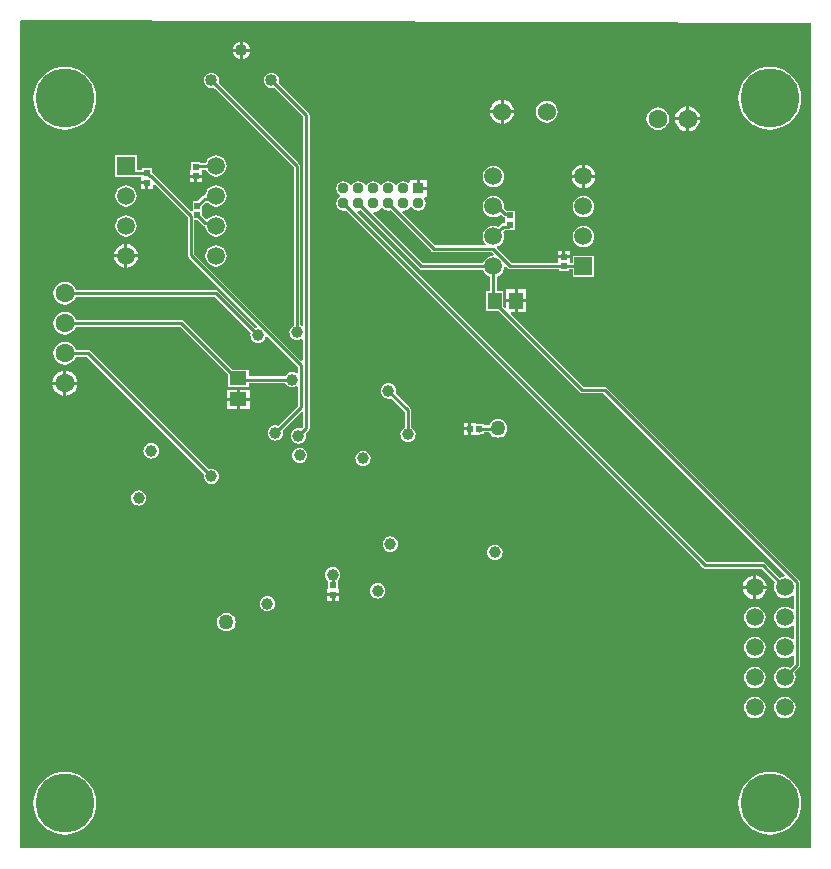
<source format=gbr>
G04 Layer_Physical_Order=4*
G04 Layer_Color=16711680*
%FSLAX26Y26*%
%MOIN*%
%TF.FileFunction,Copper,L4,Bot,Signal*%
%TF.Part,Single*%
G01*
G75*
%TA.AperFunction,SMDPad,CuDef*%
%ADD13R,0.020472X0.020472*%
%ADD14R,0.020472X0.020472*%
%ADD20R,0.057087X0.045276*%
%TA.AperFunction,Conductor*%
%ADD24C,0.010000*%
%TA.AperFunction,ViaPad*%
%ADD27C,0.196850*%
%TA.AperFunction,ComponentPad*%
%ADD28C,0.059055*%
%ADD29C,0.040000*%
%ADD30C,0.062992*%
%ADD31C,0.060000*%
%ADD32C,0.037000*%
%ADD33R,0.037000X0.037000*%
%ADD34R,0.059055X0.059055*%
%TA.AperFunction,ViaPad*%
%ADD35C,0.039370*%
%ADD36C,0.050000*%
%TA.AperFunction,SMDPad,CuDef*%
%ADD51R,0.045276X0.057087*%
G36*
X2487685Y2601398D02*
Y-146575D01*
X2484149Y-150110D01*
X-149998Y-149998D01*
Y2607174D01*
X-146456Y2610703D01*
X2487685Y2601398D01*
D02*
G37*
%LPC*%
G36*
X1345276Y1268693D02*
X1330039D01*
Y1253457D01*
X1345276D01*
Y1268693D01*
D02*
G37*
G36*
Y1243457D02*
X1330039D01*
Y1228221D01*
X1345276D01*
Y1243457D01*
D02*
G37*
G36*
X573024Y1341024D02*
X539480D01*
Y1313386D01*
X573024D01*
Y1341024D01*
D02*
G37*
G36*
X1444024Y1280629D02*
X1435956Y1279567D01*
X1428438Y1276453D01*
X1421982Y1271499D01*
X1417028Y1265043D01*
X1414970Y1260076D01*
X1397913D01*
Y1264599D01*
X1370512D01*
Y1268693D01*
X1355276D01*
Y1248457D01*
Y1228221D01*
X1370512D01*
Y1228220D01*
X1375139Y1229119D01*
X1375512Y1229122D01*
X1379457Y1228338D01*
X1383712Y1229184D01*
X1387319Y1231594D01*
X1387801Y1232315D01*
X1397913D01*
Y1237838D01*
X1415385D01*
X1417028Y1233871D01*
X1421982Y1227415D01*
X1428438Y1222461D01*
X1435956Y1219347D01*
X1444024Y1218285D01*
X1452092Y1219347D01*
X1459610Y1222461D01*
X1466066Y1227415D01*
X1471020Y1233871D01*
X1474134Y1241389D01*
X1475196Y1249457D01*
X1474134Y1257525D01*
X1471020Y1265043D01*
X1466066Y1271499D01*
X1459610Y1276453D01*
X1452092Y1279567D01*
X1444024Y1280629D01*
D02*
G37*
G36*
X1079024Y1400268D02*
X1072343Y1399389D01*
X1066118Y1396810D01*
X1060772Y1392708D01*
X1056670Y1387362D01*
X1054092Y1381137D01*
X1053212Y1374457D01*
X1054092Y1367776D01*
X1056670Y1361551D01*
X1060772Y1356206D01*
X1066118Y1352104D01*
X1072343Y1349525D01*
X1079024Y1348646D01*
X1085704Y1349525D01*
X1087491Y1350265D01*
X1132904Y1304851D01*
Y1252550D01*
X1131118Y1251810D01*
X1125772Y1247708D01*
X1121670Y1242362D01*
X1119092Y1236137D01*
X1118212Y1229457D01*
X1119092Y1222776D01*
X1121670Y1216551D01*
X1125772Y1211206D01*
X1131118Y1207104D01*
X1137343Y1204525D01*
X1144024Y1203646D01*
X1150704Y1204525D01*
X1156929Y1207104D01*
X1162275Y1211206D01*
X1166377Y1216551D01*
X1168955Y1222776D01*
X1169835Y1229457D01*
X1168955Y1236137D01*
X1166377Y1242362D01*
X1162275Y1247708D01*
X1156929Y1251810D01*
X1155143Y1252550D01*
Y1309456D01*
X1155143Y1309457D01*
X1154296Y1313712D01*
X1151886Y1317319D01*
X1151886Y1317320D01*
X1103215Y1365990D01*
X1103955Y1367776D01*
X1104835Y1374457D01*
X1103955Y1381137D01*
X1101377Y1387362D01*
X1097275Y1392708D01*
X1091929Y1396810D01*
X1085704Y1399389D01*
X1079024Y1400268D01*
D02*
G37*
G36*
X994024Y1175268D02*
X987343Y1174389D01*
X981118Y1171810D01*
X975772Y1167708D01*
X971670Y1162362D01*
X969092Y1156137D01*
X968212Y1149457D01*
X969092Y1142776D01*
X971670Y1136551D01*
X975772Y1131206D01*
X981118Y1127104D01*
X987343Y1124525D01*
X994024Y1123646D01*
X1000704Y1124525D01*
X1006929Y1127104D01*
X1012275Y1131206D01*
X1016377Y1136551D01*
X1018955Y1142776D01*
X1019835Y1149457D01*
X1018955Y1156137D01*
X1016377Y1162362D01*
X1012275Y1167708D01*
X1006929Y1171810D01*
X1000704Y1174389D01*
X994024Y1175268D01*
D02*
G37*
G36*
X0Y1537724D02*
X-9764Y1536439D01*
X-18862Y1532670D01*
X-26675Y1526675D01*
X-32670Y1518862D01*
X-36439Y1509764D01*
X-37724Y1500000D01*
X-36439Y1490236D01*
X-32670Y1481138D01*
X-26675Y1473325D01*
X-18862Y1467330D01*
X-9764Y1463561D01*
X0Y1462276D01*
X9764Y1463561D01*
X18862Y1467330D01*
X26675Y1473325D01*
X32670Y1481138D01*
X35877Y1488881D01*
X73875D01*
X464832Y1097924D01*
X464092Y1096137D01*
X463212Y1089457D01*
X464092Y1082776D01*
X466670Y1076551D01*
X470772Y1071206D01*
X476118Y1067104D01*
X482343Y1064525D01*
X489024Y1063646D01*
X495704Y1064525D01*
X501929Y1067104D01*
X507275Y1071206D01*
X511377Y1076551D01*
X513955Y1082776D01*
X514835Y1089457D01*
X513955Y1096137D01*
X511377Y1102362D01*
X507275Y1107708D01*
X501929Y1111810D01*
X495704Y1114389D01*
X489024Y1115268D01*
X482343Y1114389D01*
X480557Y1113649D01*
X86343Y1507862D01*
X82736Y1510273D01*
X78480Y1511119D01*
X78480Y1511119D01*
X35877D01*
X32670Y1518862D01*
X26675Y1526675D01*
X18862Y1532670D01*
X9764Y1536439D01*
X0Y1537724D01*
D02*
G37*
G36*
X288024Y1200268D02*
X281343Y1199389D01*
X275118Y1196810D01*
X269772Y1192708D01*
X265670Y1187362D01*
X263092Y1181137D01*
X262212Y1174457D01*
X263092Y1167776D01*
X265670Y1161551D01*
X269772Y1156206D01*
X275118Y1152104D01*
X281343Y1149525D01*
X288024Y1148646D01*
X294704Y1149525D01*
X300929Y1152104D01*
X306275Y1156206D01*
X310377Y1161551D01*
X312955Y1167776D01*
X313835Y1174457D01*
X312955Y1181137D01*
X310377Y1187362D01*
X306275Y1192708D01*
X300929Y1196810D01*
X294704Y1199389D01*
X288024Y1200268D01*
D02*
G37*
G36*
X783024Y1185268D02*
X776343Y1184389D01*
X770118Y1181810D01*
X764772Y1177708D01*
X760670Y1172362D01*
X758092Y1166137D01*
X757212Y1159457D01*
X758092Y1152776D01*
X760670Y1146551D01*
X764772Y1141206D01*
X770118Y1137104D01*
X776343Y1134525D01*
X783024Y1133646D01*
X789704Y1134525D01*
X795929Y1137104D01*
X801275Y1141206D01*
X805377Y1146551D01*
X807955Y1152776D01*
X808835Y1159457D01*
X807955Y1166137D01*
X805377Y1172362D01*
X801275Y1177708D01*
X795929Y1181810D01*
X789704Y1184389D01*
X783024Y1185268D01*
D02*
G37*
G36*
X616567Y1341024D02*
X583024D01*
Y1313386D01*
X616567D01*
Y1341024D01*
D02*
G37*
G36*
X689024Y2435586D02*
X682261Y2434695D01*
X675959Y2432085D01*
X670548Y2427933D01*
X666395Y2422521D01*
X663785Y2416220D01*
X662895Y2409457D01*
X663785Y2402694D01*
X666395Y2396392D01*
X670548Y2390981D01*
X675959Y2386828D01*
X682261Y2384218D01*
X689024Y2383328D01*
X695786Y2384218D01*
X697731Y2385024D01*
X793495Y2289260D01*
Y1593572D01*
X789215Y1591337D01*
X785143Y1593792D01*
Y2124456D01*
X785143Y2124457D01*
X784296Y2128712D01*
X781886Y2132319D01*
X781886Y2132320D01*
X513457Y2400749D01*
X514262Y2402694D01*
X515153Y2409457D01*
X514262Y2416220D01*
X511652Y2422521D01*
X507500Y2427933D01*
X502088Y2432085D01*
X495786Y2434695D01*
X489024Y2435586D01*
X482261Y2434695D01*
X475959Y2432085D01*
X470548Y2427933D01*
X466395Y2422521D01*
X463785Y2416220D01*
X462895Y2409457D01*
X463785Y2402694D01*
X466395Y2396392D01*
X470548Y2390981D01*
X475959Y2386828D01*
X482261Y2384218D01*
X489024Y2383328D01*
X495786Y2384218D01*
X497732Y2385024D01*
X762904Y2119851D01*
Y1592550D01*
X761118Y1591810D01*
X755772Y1587708D01*
X751670Y1582362D01*
X749092Y1576137D01*
X748212Y1569457D01*
X749092Y1562776D01*
X751670Y1556551D01*
X755772Y1551206D01*
X761118Y1547104D01*
X767343Y1544525D01*
X774024Y1543646D01*
X780704Y1544525D01*
X786929Y1547104D01*
X788495Y1548305D01*
X793495Y1545839D01*
Y1476641D01*
X788876Y1474727D01*
X432001Y1831602D01*
Y1943567D01*
X442440D01*
X460027Y1925981D01*
X460027Y1925980D01*
X463634Y1923570D01*
X467889Y1922724D01*
X468513D01*
X469503Y1915207D01*
X473073Y1906587D01*
X478752Y1899186D01*
X486154Y1893506D01*
X494774Y1889936D01*
X504024Y1888718D01*
X513274Y1889936D01*
X521893Y1893506D01*
X529295Y1899186D01*
X534974Y1906587D01*
X538544Y1915207D01*
X539762Y1924457D01*
X538544Y1933707D01*
X534974Y1942326D01*
X529295Y1949728D01*
X521893Y1955407D01*
X513274Y1958978D01*
X504024Y1960196D01*
X494774Y1958978D01*
X486154Y1955407D01*
X478752Y1949728D01*
X476654Y1946993D01*
X470774Y1946683D01*
X458165Y1959292D01*
Y1991621D01*
X470352Y2003808D01*
X475355Y2003613D01*
X478752Y1999186D01*
X486154Y1993506D01*
X494774Y1989936D01*
X504024Y1988718D01*
X513274Y1989936D01*
X521893Y1993506D01*
X529295Y1999186D01*
X534974Y2006587D01*
X538544Y2015207D01*
X539762Y2024457D01*
X538544Y2033707D01*
X534974Y2042326D01*
X529295Y2049728D01*
X521893Y2055407D01*
X513274Y2058978D01*
X504024Y2060195D01*
X494774Y2058978D01*
X486154Y2055407D01*
X478752Y2049728D01*
X473073Y2042326D01*
X469503Y2033707D01*
X468513Y2026190D01*
X465889D01*
X461634Y2025343D01*
X458027Y2022933D01*
X458027Y2022933D01*
X442440Y2007347D01*
X425882D01*
Y1974523D01*
X421262Y1972610D01*
X296616Y2097256D01*
X293009Y2099666D01*
X290142Y2100237D01*
Y2115890D01*
X257858D01*
Y2111048D01*
X239457D01*
Y2159890D01*
X168591D01*
Y2089024D01*
X227477D01*
X228551Y2088810D01*
X248897D01*
X253764Y2088488D01*
Y2073252D01*
X274000D01*
Y2068252D01*
X279000D01*
Y2048016D01*
X294236D01*
Y2061653D01*
X298856Y2063566D01*
X409763Y1952659D01*
Y1826997D01*
X409763Y1826996D01*
X410609Y1822741D01*
X413019Y1819134D01*
X642096Y1590057D01*
X640304Y1584778D01*
X637343Y1584389D01*
X635557Y1583649D01*
X511343Y1707862D01*
X507736Y1710273D01*
X503480Y1711119D01*
X503480Y1711119D01*
X35877D01*
X32670Y1718862D01*
X26675Y1726675D01*
X18862Y1732670D01*
X9764Y1736439D01*
X0Y1737724D01*
X-9764Y1736439D01*
X-18862Y1732670D01*
X-26675Y1726675D01*
X-32670Y1718862D01*
X-36439Y1709764D01*
X-37724Y1700000D01*
X-36439Y1690236D01*
X-32670Y1681138D01*
X-26675Y1673325D01*
X-18862Y1667330D01*
X-9764Y1663561D01*
X0Y1662276D01*
X9764Y1663561D01*
X18862Y1667330D01*
X26675Y1673325D01*
X32670Y1681138D01*
X35877Y1688881D01*
X498875D01*
X619832Y1567924D01*
X619092Y1566137D01*
X618212Y1559457D01*
X619092Y1552776D01*
X621670Y1546551D01*
X625772Y1541206D01*
X631118Y1537104D01*
X637343Y1534525D01*
X644024Y1533646D01*
X650704Y1534525D01*
X656929Y1537104D01*
X662275Y1541206D01*
X666377Y1546551D01*
X668955Y1552776D01*
X669345Y1555737D01*
X674624Y1557529D01*
X777495Y1454658D01*
Y1436074D01*
X772495Y1433609D01*
X770929Y1434810D01*
X764704Y1437389D01*
X758024Y1438268D01*
X751343Y1437389D01*
X745118Y1434810D01*
X739772Y1430708D01*
X735670Y1425362D01*
X734930Y1423576D01*
X612472D01*
Y1445433D01*
X559300D01*
X396871Y1607862D01*
X393263Y1610273D01*
X389008Y1611119D01*
X389008Y1611119D01*
X35877D01*
X32670Y1618862D01*
X26675Y1626675D01*
X18862Y1632670D01*
X9764Y1636439D01*
X0Y1637724D01*
X-9764Y1636439D01*
X-18862Y1632670D01*
X-26675Y1626675D01*
X-32670Y1618862D01*
X-36439Y1609764D01*
X-37724Y1600000D01*
X-36439Y1590236D01*
X-32670Y1581138D01*
X-26675Y1573325D01*
X-18862Y1567330D01*
X-9764Y1563561D01*
X0Y1562276D01*
X9764Y1563561D01*
X18862Y1567330D01*
X26675Y1573325D01*
X32670Y1581138D01*
X35877Y1588881D01*
X384402D01*
X543575Y1429708D01*
Y1388347D01*
X612472D01*
Y1401338D01*
X734930D01*
X735670Y1399551D01*
X739772Y1394206D01*
X745118Y1390104D01*
X751343Y1387525D01*
X758024Y1386646D01*
X764704Y1387525D01*
X770929Y1390104D01*
X772495Y1391305D01*
X777495Y1388839D01*
Y1325653D01*
X710490Y1258649D01*
X708704Y1259389D01*
X702024Y1260268D01*
X695343Y1259389D01*
X689118Y1256810D01*
X683772Y1252708D01*
X679670Y1247362D01*
X677092Y1241137D01*
X676212Y1234457D01*
X677092Y1227776D01*
X679670Y1221551D01*
X683772Y1216206D01*
X689118Y1212104D01*
X695343Y1209525D01*
X702024Y1208646D01*
X708704Y1209525D01*
X714929Y1212104D01*
X720275Y1216206D01*
X724377Y1221551D01*
X726955Y1227776D01*
X727835Y1234457D01*
X726955Y1241137D01*
X726215Y1242924D01*
X788876Y1305584D01*
X793495Y1303670D01*
Y1254653D01*
X787490Y1248649D01*
X785704Y1249389D01*
X779024Y1250268D01*
X772343Y1249389D01*
X766118Y1246810D01*
X760772Y1242708D01*
X756670Y1237362D01*
X754092Y1231137D01*
X753212Y1224457D01*
X754092Y1217776D01*
X756670Y1211551D01*
X760772Y1206206D01*
X766118Y1202104D01*
X772343Y1199525D01*
X779024Y1198646D01*
X785704Y1199525D01*
X791929Y1202104D01*
X797275Y1206206D01*
X801377Y1211551D01*
X803955Y1217776D01*
X804835Y1224457D01*
X803955Y1231137D01*
X803215Y1232924D01*
X812476Y1242185D01*
X812477Y1242185D01*
X814887Y1245792D01*
X815734Y1250047D01*
X815733Y1250048D01*
Y2293866D01*
X815734Y2293866D01*
X814887Y2298121D01*
X812477Y2301729D01*
X713457Y2400749D01*
X714262Y2402694D01*
X715153Y2409457D01*
X714262Y2416220D01*
X711652Y2422521D01*
X707500Y2427933D01*
X702088Y2432085D01*
X695786Y2434695D01*
X689024Y2435586D01*
D02*
G37*
G36*
X5000Y1441196D02*
Y1405000D01*
X41196D01*
X40428Y1410833D01*
X36247Y1420927D01*
X29595Y1429595D01*
X20927Y1436247D01*
X10833Y1440428D01*
X5000Y1441196D01*
D02*
G37*
G36*
X1499457Y1713000D02*
X1471819D01*
Y1679457D01*
X1499457D01*
Y1713000D01*
D02*
G37*
G36*
X1537094Y1669457D02*
X1509457D01*
Y1635913D01*
X1537094D01*
Y1669457D01*
D02*
G37*
G36*
X-5000Y1441196D02*
X-10833Y1440428D01*
X-20927Y1436247D01*
X-29595Y1429595D01*
X-36247Y1420927D01*
X-40428Y1410833D01*
X-41196Y1405000D01*
X-5000D01*
Y1441196D01*
D02*
G37*
G36*
X616567Y1378662D02*
X583024D01*
Y1351024D01*
X616567D01*
Y1378662D01*
D02*
G37*
G36*
X573024D02*
X539480D01*
Y1351024D01*
X573024D01*
Y1378662D01*
D02*
G37*
G36*
X41196Y1395000D02*
X5000D01*
Y1358804D01*
X10833Y1359572D01*
X20927Y1363753D01*
X29595Y1370405D01*
X36247Y1379073D01*
X40428Y1389167D01*
X41196Y1395000D01*
D02*
G37*
G36*
X-5000D02*
X-41196D01*
X-40428Y1389167D01*
X-36247Y1379073D01*
X-29595Y1370405D01*
X-20927Y1363753D01*
X-10833Y1359572D01*
X-5000Y1358804D01*
Y1395000D01*
D02*
G37*
G36*
X246024Y1043268D02*
X239343Y1042389D01*
X233118Y1039810D01*
X227772Y1035708D01*
X223670Y1030362D01*
X221092Y1024137D01*
X220212Y1017457D01*
X221092Y1010776D01*
X223670Y1004551D01*
X227772Y999206D01*
X233118Y995104D01*
X239343Y992525D01*
X246024Y991645D01*
X252704Y992525D01*
X258929Y995104D01*
X264275Y999206D01*
X268377Y1004551D01*
X270955Y1010776D01*
X271835Y1017457D01*
X270955Y1024137D01*
X268377Y1030362D01*
X264275Y1035708D01*
X258929Y1039810D01*
X252704Y1042389D01*
X246024Y1043268D01*
D02*
G37*
G36*
X538843Y634865D02*
X530775Y633803D01*
X523256Y630689D01*
X516801Y625735D01*
X511847Y619279D01*
X508733Y611761D01*
X507670Y603693D01*
X508733Y595625D01*
X511847Y588107D01*
X516801Y581651D01*
X523256Y576697D01*
X530775Y573583D01*
X538843Y572521D01*
X546911Y573583D01*
X554429Y576697D01*
X560885Y581651D01*
X565838Y588107D01*
X568953Y595625D01*
X570015Y603693D01*
X568953Y611761D01*
X565838Y619279D01*
X560885Y625735D01*
X554429Y630689D01*
X546911Y633803D01*
X538843Y634865D01*
D02*
G37*
G36*
X2300000Y555739D02*
X2290750Y554521D01*
X2282131Y550951D01*
X2274729Y545271D01*
X2269049Y537869D01*
X2265479Y529250D01*
X2264261Y520000D01*
X2265479Y510750D01*
X2269049Y502131D01*
X2274729Y494729D01*
X2282131Y489049D01*
X2290750Y485479D01*
X2300000Y484261D01*
X2309250Y485479D01*
X2317869Y489049D01*
X2325271Y494729D01*
X2330951Y502131D01*
X2334521Y510750D01*
X2335739Y520000D01*
X2334521Y529250D01*
X2330951Y537869D01*
X2325271Y545271D01*
X2317869Y550951D01*
X2309250Y554521D01*
X2300000Y555739D01*
D02*
G37*
G36*
X675677Y690917D02*
X668997Y690038D01*
X662771Y687459D01*
X657426Y683357D01*
X653324Y678012D01*
X650745Y671786D01*
X649866Y665106D01*
X650745Y658425D01*
X653324Y652200D01*
X657426Y646855D01*
X662771Y642753D01*
X668997Y640174D01*
X675677Y639295D01*
X682358Y640174D01*
X688583Y642753D01*
X693928Y646855D01*
X698030Y652200D01*
X700609Y658425D01*
X701488Y665106D01*
X700609Y671786D01*
X698030Y678012D01*
X693928Y683357D01*
X688583Y687459D01*
X682358Y690038D01*
X675677Y690917D01*
D02*
G37*
G36*
X2300000Y655739D02*
X2290750Y654521D01*
X2282131Y650951D01*
X2274729Y645271D01*
X2269049Y637869D01*
X2265479Y629250D01*
X2264261Y620000D01*
X2265479Y610750D01*
X2269049Y602131D01*
X2274729Y594729D01*
X2282131Y589049D01*
X2290750Y585479D01*
X2300000Y584261D01*
X2309250Y585479D01*
X2317869Y589049D01*
X2325271Y594729D01*
X2330951Y602131D01*
X2334521Y610750D01*
X2335739Y620000D01*
X2334521Y629250D01*
X2330951Y637869D01*
X2325271Y645271D01*
X2317869Y650951D01*
X2309250Y654521D01*
X2300000Y655739D01*
D02*
G37*
G36*
Y455739D02*
X2290750Y454521D01*
X2282131Y450951D01*
X2274729Y445271D01*
X2269049Y437869D01*
X2265479Y429250D01*
X2264261Y420000D01*
X2265479Y410750D01*
X2269049Y402131D01*
X2274729Y394729D01*
X2282131Y389049D01*
X2290750Y385479D01*
X2300000Y384261D01*
X2309250Y385479D01*
X2317869Y389049D01*
X2325271Y394729D01*
X2330951Y402131D01*
X2334521Y410750D01*
X2335739Y420000D01*
X2334521Y429250D01*
X2330951Y437869D01*
X2325271Y445271D01*
X2317869Y450951D01*
X2309250Y454521D01*
X2300000Y455739D01*
D02*
G37*
G36*
X2350000Y104653D02*
X2333629Y103365D01*
X2317660Y99531D01*
X2302488Y93247D01*
X2288486Y84666D01*
X2275999Y74001D01*
X2265334Y61514D01*
X2256753Y47512D01*
X2250469Y32340D01*
X2246635Y16371D01*
X2245347Y0D01*
X2246635Y-16371D01*
X2250469Y-32340D01*
X2256753Y-47512D01*
X2265334Y-61514D01*
X2275999Y-74001D01*
X2288486Y-84666D01*
X2302488Y-93247D01*
X2317660Y-99531D01*
X2333629Y-103365D01*
X2350000Y-104653D01*
X2366371Y-103365D01*
X2382340Y-99531D01*
X2397512Y-93247D01*
X2411514Y-84666D01*
X2424001Y-74001D01*
X2434666Y-61514D01*
X2443247Y-47512D01*
X2449531Y-32340D01*
X2453365Y-16371D01*
X2454653Y0D01*
X2453365Y16371D01*
X2449531Y32340D01*
X2443247Y47512D01*
X2434666Y61514D01*
X2424001Y74001D01*
X2411514Y84666D01*
X2397512Y93247D01*
X2382340Y99531D01*
X2366371Y103365D01*
X2350000Y104653D01*
D02*
G37*
G36*
X0D02*
X-16371Y103365D01*
X-32340Y99531D01*
X-47512Y93247D01*
X-61514Y84666D01*
X-74001Y74001D01*
X-84666Y61514D01*
X-93247Y47512D01*
X-99531Y32340D01*
X-103365Y16371D01*
X-104653Y0D01*
X-103365Y-16371D01*
X-99531Y-32340D01*
X-93247Y-47512D01*
X-84666Y-61514D01*
X-74001Y-74001D01*
X-61514Y-84666D01*
X-47512Y-93247D01*
X-32340Y-99531D01*
X-16371Y-103365D01*
X0Y-104653D01*
X16371Y-103365D01*
X32340Y-99531D01*
X47512Y-93247D01*
X61514Y-84666D01*
X74001Y-74001D01*
X84666Y-61514D01*
X93247Y-47512D01*
X99531Y-32340D01*
X103365Y-16371D01*
X104653Y0D01*
X103365Y16371D01*
X99531Y32340D01*
X93247Y47512D01*
X84666Y61514D01*
X74001Y74001D01*
X61514Y84666D01*
X47512Y93247D01*
X32340Y99531D01*
X16371Y103365D01*
X0Y104653D01*
D02*
G37*
G36*
X2400000Y355739D02*
X2390750Y354521D01*
X2382131Y350951D01*
X2374729Y345271D01*
X2369049Y337869D01*
X2365479Y329250D01*
X2364261Y320000D01*
X2365479Y310750D01*
X2369049Y302131D01*
X2374729Y294729D01*
X2382131Y289049D01*
X2390750Y285479D01*
X2400000Y284261D01*
X2409250Y285479D01*
X2417869Y289049D01*
X2425271Y294729D01*
X2430951Y302131D01*
X2434521Y310750D01*
X2435739Y320000D01*
X2434521Y329250D01*
X2430951Y337869D01*
X2425271Y345271D01*
X2417869Y350951D01*
X2409250Y354521D01*
X2400000Y355739D01*
D02*
G37*
G36*
X2300000D02*
X2290750Y354521D01*
X2282131Y350951D01*
X2274729Y345271D01*
X2269049Y337869D01*
X2265479Y329250D01*
X2264261Y320000D01*
X2265479Y310750D01*
X2269049Y302131D01*
X2274729Y294729D01*
X2282131Y289049D01*
X2290750Y285479D01*
X2300000Y284261D01*
X2309250Y285479D01*
X2317869Y289049D01*
X2325271Y294729D01*
X2330951Y302131D01*
X2334521Y310750D01*
X2335739Y320000D01*
X2334521Y329250D01*
X2330951Y337869D01*
X2325271Y345271D01*
X2317869Y350951D01*
X2309250Y354521D01*
X2300000Y355739D01*
D02*
G37*
G36*
X889181Y689378D02*
X873945D01*
Y674142D01*
X889181D01*
Y689378D01*
D02*
G37*
G36*
X2305000Y759210D02*
Y725000D01*
X2339210D01*
X2338510Y730319D01*
X2334527Y739934D01*
X2328191Y748191D01*
X2319934Y754527D01*
X2310319Y758510D01*
X2305000Y759210D01*
D02*
G37*
G36*
X2295000D02*
X2289681Y758510D01*
X2280066Y754527D01*
X2271809Y748191D01*
X2265473Y739934D01*
X2261490Y730319D01*
X2260790Y725000D01*
X2295000D01*
Y759210D01*
D02*
G37*
G36*
X1085126Y889481D02*
X1078446Y888601D01*
X1072220Y886023D01*
X1066875Y881921D01*
X1062773Y876575D01*
X1060194Y870350D01*
X1059315Y863669D01*
X1060194Y856989D01*
X1062773Y850764D01*
X1066875Y845418D01*
X1072220Y841316D01*
X1078446Y838738D01*
X1085126Y837858D01*
X1091806Y838738D01*
X1098032Y841316D01*
X1103377Y845418D01*
X1107479Y850764D01*
X1110058Y856989D01*
X1110937Y863669D01*
X1110058Y870350D01*
X1107479Y876575D01*
X1103377Y881921D01*
X1098032Y886023D01*
X1091806Y888601D01*
X1085126Y889481D01*
D02*
G37*
G36*
X1433551Y861922D02*
X1426871Y861042D01*
X1420646Y858463D01*
X1415300Y854362D01*
X1411198Y849016D01*
X1408619Y842791D01*
X1407740Y836110D01*
X1408619Y829430D01*
X1411198Y823205D01*
X1415300Y817859D01*
X1420646Y813757D01*
X1426871Y811178D01*
X1433551Y810299D01*
X1440232Y811178D01*
X1446457Y813757D01*
X1451803Y817859D01*
X1455904Y823205D01*
X1458483Y829430D01*
X1459362Y836110D01*
X1458483Y842791D01*
X1455904Y849016D01*
X1451803Y854362D01*
X1446457Y858463D01*
X1440232Y861042D01*
X1433551Y861922D01*
D02*
G37*
G36*
X893197Y787119D02*
X886516Y786239D01*
X880291Y783660D01*
X874946Y779558D01*
X870844Y774213D01*
X868265Y767988D01*
X867386Y761307D01*
X868265Y754627D01*
X870844Y748402D01*
X874946Y743056D01*
X878039Y740682D01*
Y714614D01*
X873945D01*
Y699378D01*
X894181D01*
X914417D01*
Y714614D01*
X910323D01*
Y737814D01*
X910763Y742530D01*
X910763Y742530D01*
X911448Y743056D01*
X913481Y745706D01*
X913483Y745707D01*
X913970Y746343D01*
X915550Y748402D01*
X918129Y754627D01*
X919008Y761307D01*
X918129Y767988D01*
X915550Y774213D01*
X911448Y779558D01*
X906103Y783660D01*
X899877Y786239D01*
X893197Y787119D01*
D02*
G37*
G36*
X2295000Y715000D02*
X2260790D01*
X2261490Y709681D01*
X2265473Y700066D01*
X2271809Y691809D01*
X2280066Y685473D01*
X2289681Y681490D01*
X2295000Y680790D01*
Y715000D01*
D02*
G37*
G36*
X914417Y689378D02*
X899181D01*
Y674142D01*
X914417D01*
Y689378D01*
D02*
G37*
G36*
X1042803Y733969D02*
X1036123Y733089D01*
X1029897Y730511D01*
X1024552Y726409D01*
X1020450Y721063D01*
X1017871Y714838D01*
X1016992Y708158D01*
X1017871Y701477D01*
X1020450Y695252D01*
X1024552Y689906D01*
X1029897Y685804D01*
X1036123Y683226D01*
X1042803Y682346D01*
X1049484Y683226D01*
X1055709Y685804D01*
X1061054Y689906D01*
X1065156Y695252D01*
X1067735Y701477D01*
X1068614Y708158D01*
X1067735Y714838D01*
X1065156Y721063D01*
X1061054Y726409D01*
X1055709Y730511D01*
X1049484Y733089D01*
X1042803Y733969D01*
D02*
G37*
G36*
X2339210Y715000D02*
X2305000D01*
Y680790D01*
X2310319Y681490D01*
X2319934Y685473D01*
X2328191Y691809D01*
X2334527Y700066D01*
X2338510Y709681D01*
X2339210Y715000D01*
D02*
G37*
G36*
X1537094Y1713000D02*
X1509457D01*
Y1679457D01*
X1537094D01*
Y1713000D01*
D02*
G37*
G36*
X1976000Y2319724D02*
X1966236Y2318439D01*
X1957138Y2314670D01*
X1949325Y2308675D01*
X1943330Y2300862D01*
X1939561Y2291764D01*
X1938276Y2282000D01*
X1939561Y2272236D01*
X1943330Y2263138D01*
X1949325Y2255325D01*
X1957138Y2249330D01*
X1966236Y2245561D01*
X1976000Y2244276D01*
X1985764Y2245561D01*
X1994862Y2249330D01*
X2002675Y2255325D01*
X2008670Y2263138D01*
X2012439Y2272236D01*
X2013724Y2282000D01*
X2012439Y2291764D01*
X2008670Y2300862D01*
X2002675Y2308675D01*
X1994862Y2314670D01*
X1985764Y2318439D01*
X1976000Y2319724D01*
D02*
G37*
G36*
X2071000Y2277000D02*
X2034804D01*
X2035572Y2271167D01*
X2039753Y2261073D01*
X2046405Y2252405D01*
X2055073Y2245753D01*
X2065167Y2241572D01*
X2071000Y2240804D01*
Y2277000D01*
D02*
G37*
G36*
X0Y2454653D02*
X-16371Y2453365D01*
X-32340Y2449531D01*
X-47512Y2443247D01*
X-61514Y2434666D01*
X-74001Y2424001D01*
X-84666Y2411514D01*
X-93247Y2397512D01*
X-99531Y2382340D01*
X-103365Y2366371D01*
X-104653Y2350000D01*
X-103365Y2333629D01*
X-99531Y2317660D01*
X-93247Y2302488D01*
X-84666Y2288486D01*
X-74001Y2275999D01*
X-61514Y2265334D01*
X-47512Y2256753D01*
X-32340Y2250469D01*
X-16371Y2246635D01*
X0Y2245347D01*
X16371Y2246635D01*
X32340Y2250469D01*
X47512Y2256753D01*
X61514Y2265334D01*
X74001Y2275999D01*
X84666Y2288486D01*
X93247Y2302488D01*
X99531Y2317660D01*
X103365Y2333629D01*
X104653Y2350000D01*
X103365Y2366371D01*
X99531Y2382340D01*
X93247Y2397512D01*
X84666Y2411514D01*
X74001Y2424001D01*
X61514Y2434666D01*
X47512Y2443247D01*
X32340Y2449531D01*
X16371Y2453365D01*
X0Y2454653D01*
D02*
G37*
G36*
X1452394Y2300000D02*
X1417707D01*
X1418423Y2294558D01*
X1422454Y2284827D01*
X1428865Y2276472D01*
X1437221Y2270060D01*
X1446952Y2266030D01*
X1452394Y2265313D01*
Y2300000D01*
D02*
G37*
G36*
X2350000Y2454653D02*
X2333629Y2453365D01*
X2317660Y2449531D01*
X2302488Y2443247D01*
X2288486Y2434666D01*
X2275999Y2424001D01*
X2265334Y2411514D01*
X2256753Y2397512D01*
X2250469Y2382340D01*
X2246635Y2366371D01*
X2245347Y2350000D01*
X2246635Y2333629D01*
X2250469Y2317660D01*
X2256753Y2302488D01*
X2265334Y2288486D01*
X2275999Y2275999D01*
X2288486Y2265334D01*
X2302488Y2256753D01*
X2317660Y2250469D01*
X2333629Y2246635D01*
X2350000Y2245347D01*
X2366371Y2246635D01*
X2382340Y2250469D01*
X2397512Y2256753D01*
X2411514Y2265334D01*
X2424001Y2275999D01*
X2434666Y2288486D01*
X2443247Y2302488D01*
X2449531Y2317660D01*
X2453365Y2333629D01*
X2454653Y2350000D01*
X2453365Y2366371D01*
X2449531Y2382340D01*
X2443247Y2397512D01*
X2434666Y2411514D01*
X2424001Y2424001D01*
X2411514Y2434666D01*
X2397512Y2443247D01*
X2382340Y2449531D01*
X2366371Y2453365D01*
X2350000Y2454653D01*
D02*
G37*
G36*
X1724024Y2128667D02*
X1718705Y2127967D01*
X1709089Y2123984D01*
X1700832Y2117648D01*
X1694496Y2109391D01*
X1690514Y2099776D01*
X1689813Y2094457D01*
X1724024D01*
Y2128667D01*
D02*
G37*
G36*
X456260Y2084709D02*
X441024D01*
Y2069473D01*
X456260D01*
Y2084709D01*
D02*
G37*
G36*
X1734024Y2128667D02*
Y2094457D01*
X1768234D01*
X1767534Y2099776D01*
X1763551Y2109391D01*
X1757215Y2117648D01*
X1748958Y2123984D01*
X1739342Y2127967D01*
X1734024Y2128667D01*
D02*
G37*
G36*
X2117196Y2277000D02*
X2081000D01*
Y2240804D01*
X2086833Y2241572D01*
X2096927Y2245753D01*
X2105595Y2252405D01*
X2112247Y2261073D01*
X2116428Y2271167D01*
X2117196Y2277000D01*
D02*
G37*
G36*
X504024Y2160195D02*
X494774Y2158978D01*
X486154Y2155407D01*
X478752Y2149728D01*
X473073Y2142326D01*
X469603Y2133950D01*
X452165D01*
Y2137347D01*
X419882D01*
Y2109945D01*
X415787D01*
Y2094709D01*
X456260D01*
Y2109945D01*
X460528Y2111712D01*
X470950D01*
X473073Y2106587D01*
X478752Y2099186D01*
X486154Y2093506D01*
X494774Y2089936D01*
X504024Y2088718D01*
X513274Y2089936D01*
X521893Y2093506D01*
X529295Y2099186D01*
X534974Y2106587D01*
X538544Y2115207D01*
X539762Y2124457D01*
X538544Y2133707D01*
X534974Y2142326D01*
X529295Y2149728D01*
X521893Y2155407D01*
X513274Y2158978D01*
X504024Y2160195D01*
D02*
G37*
G36*
X584024Y2504457D02*
X559423D01*
X559796Y2501625D01*
X562819Y2494327D01*
X567627Y2488061D01*
X573894Y2483252D01*
X581192Y2480229D01*
X584024Y2479856D01*
Y2504457D01*
D02*
G37*
G36*
X1462394Y2344687D02*
Y2310000D01*
X1497081D01*
X1496364Y2315442D01*
X1492334Y2325173D01*
X1485922Y2333528D01*
X1477566Y2339940D01*
X1467836Y2343970D01*
X1462394Y2344687D01*
D02*
G37*
G36*
X618624Y2504457D02*
X594024D01*
Y2479856D01*
X596855Y2480229D01*
X604153Y2483252D01*
X610420Y2488061D01*
X615229Y2494327D01*
X618251Y2501625D01*
X618624Y2504457D01*
D02*
G37*
G36*
X594024Y2539057D02*
Y2514457D01*
X618624D01*
X618251Y2517288D01*
X615229Y2524586D01*
X610420Y2530853D01*
X604153Y2535662D01*
X596855Y2538685D01*
X594024Y2539057D01*
D02*
G37*
G36*
X584024D02*
X581192Y2538685D01*
X573894Y2535662D01*
X567627Y2530853D01*
X562819Y2524586D01*
X559796Y2517288D01*
X559423Y2514457D01*
X584024D01*
Y2539057D01*
D02*
G37*
G36*
X1607000Y2341215D02*
X1597627Y2339981D01*
X1588892Y2336363D01*
X1581392Y2330608D01*
X1575637Y2323108D01*
X1572019Y2314373D01*
X1570785Y2305000D01*
X1572019Y2295627D01*
X1575637Y2286892D01*
X1581392Y2279392D01*
X1588892Y2273637D01*
X1597627Y2270019D01*
X1607000Y2268785D01*
X1616373Y2270019D01*
X1625108Y2273637D01*
X1632608Y2279392D01*
X1638363Y2286892D01*
X1641981Y2295627D01*
X1643215Y2305000D01*
X1641981Y2314373D01*
X1638363Y2323108D01*
X1632608Y2330608D01*
X1625108Y2336363D01*
X1616373Y2339981D01*
X1607000Y2341215D01*
D02*
G37*
G36*
X1497081Y2300000D02*
X1462394D01*
Y2265313D01*
X1467836Y2266030D01*
X1477566Y2270060D01*
X1485922Y2276472D01*
X1492334Y2284827D01*
X1496364Y2294558D01*
X1497081Y2300000D01*
D02*
G37*
G36*
X2071000Y2323196D02*
X2065167Y2322428D01*
X2055073Y2318247D01*
X2046405Y2311595D01*
X2039753Y2302927D01*
X2035572Y2292833D01*
X2034804Y2287000D01*
X2071000D01*
Y2323196D01*
D02*
G37*
G36*
X1452394Y2344687D02*
X1446952Y2343970D01*
X1437221Y2339940D01*
X1428865Y2333528D01*
X1422454Y2325173D01*
X1418423Y2315442D01*
X1417707Y2310000D01*
X1452394D01*
Y2344687D01*
D02*
G37*
G36*
X2081000Y2323196D02*
Y2287000D01*
X2117196D01*
X2116428Y2292833D01*
X2112247Y2302927D01*
X2105595Y2311595D01*
X2096927Y2318247D01*
X2086833Y2322428D01*
X2081000Y2323196D01*
D02*
G37*
G36*
X209024Y1863667D02*
Y1829457D01*
X243234D01*
X242534Y1834776D01*
X238551Y1844391D01*
X232215Y1852648D01*
X223958Y1858984D01*
X214342Y1862967D01*
X209024Y1863667D01*
D02*
G37*
G36*
X199024D02*
X193705Y1862967D01*
X184089Y1858984D01*
X175832Y1852648D01*
X169496Y1844391D01*
X165513Y1834776D01*
X164813Y1829457D01*
X199024D01*
Y1863667D01*
D02*
G37*
G36*
X204024Y1960196D02*
X194774Y1958978D01*
X186154Y1955407D01*
X178752Y1949728D01*
X173073Y1942326D01*
X169503Y1933707D01*
X168285Y1924457D01*
X169503Y1915207D01*
X173073Y1906587D01*
X178752Y1899186D01*
X186154Y1893506D01*
X194774Y1889936D01*
X204024Y1888718D01*
X213274Y1889936D01*
X221893Y1893506D01*
X229295Y1899186D01*
X234974Y1906587D01*
X238544Y1915207D01*
X239762Y1924457D01*
X238544Y1933707D01*
X234974Y1942326D01*
X229295Y1949728D01*
X221893Y1955407D01*
X213274Y1958978D01*
X204024Y1960196D01*
D02*
G37*
G36*
X1729024Y1925196D02*
X1719774Y1923978D01*
X1711154Y1920407D01*
X1703753Y1914728D01*
X1698073Y1907326D01*
X1694503Y1898707D01*
X1693285Y1889457D01*
X1694503Y1880207D01*
X1698073Y1871587D01*
X1703753Y1864186D01*
X1711154Y1858506D01*
X1719774Y1854936D01*
X1729024Y1853718D01*
X1738274Y1854936D01*
X1746893Y1858506D01*
X1754295Y1864186D01*
X1759974Y1871587D01*
X1763544Y1880207D01*
X1764762Y1889457D01*
X1763544Y1898707D01*
X1759974Y1907326D01*
X1754295Y1914728D01*
X1746893Y1920407D01*
X1738274Y1923978D01*
X1729024Y1925196D01*
D02*
G37*
G36*
X1683260Y1842441D02*
X1668024D01*
Y1827205D01*
X1683260D01*
Y1842441D01*
D02*
G37*
G36*
X243234Y1819457D02*
X209024D01*
Y1785246D01*
X214342Y1785947D01*
X223958Y1789930D01*
X232215Y1796265D01*
X238551Y1804523D01*
X242534Y1814138D01*
X243234Y1819457D01*
D02*
G37*
G36*
X199024D02*
X164813D01*
X165513Y1814138D01*
X169496Y1804523D01*
X175832Y1796265D01*
X184089Y1789930D01*
X193705Y1785947D01*
X199024Y1785246D01*
Y1819457D01*
D02*
G37*
G36*
X1658024Y1842441D02*
X1642787D01*
Y1827205D01*
X1658024D01*
Y1842441D01*
D02*
G37*
G36*
X504024Y1860196D02*
X494774Y1858978D01*
X486154Y1855407D01*
X478752Y1849728D01*
X473073Y1842326D01*
X469503Y1833707D01*
X468285Y1824457D01*
X469503Y1815207D01*
X473073Y1806587D01*
X478752Y1799186D01*
X486154Y1793506D01*
X494774Y1789936D01*
X504024Y1788718D01*
X513274Y1789936D01*
X521893Y1793506D01*
X529295Y1799186D01*
X534974Y1806587D01*
X538544Y1815207D01*
X539762Y1824457D01*
X538544Y1833707D01*
X534974Y1842326D01*
X529295Y1849728D01*
X521893Y1855407D01*
X513274Y1858978D01*
X504024Y1860196D01*
D02*
G37*
G36*
X1729024Y2025196D02*
X1719774Y2023978D01*
X1711154Y2020407D01*
X1703753Y2014728D01*
X1698073Y2007326D01*
X1694503Y1998707D01*
X1693285Y1989457D01*
X1694503Y1980207D01*
X1698073Y1971587D01*
X1703753Y1964186D01*
X1711154Y1958506D01*
X1719774Y1954936D01*
X1729024Y1953718D01*
X1738274Y1954936D01*
X1746893Y1958506D01*
X1754295Y1964186D01*
X1759974Y1971587D01*
X1763544Y1980207D01*
X1764762Y1989457D01*
X1763544Y1998707D01*
X1759974Y2007326D01*
X1754295Y2014728D01*
X1746893Y2020407D01*
X1738274Y2023978D01*
X1729024Y2025196D01*
D02*
G37*
G36*
X1207524Y2077957D02*
X1184024D01*
Y2054457D01*
X1207524D01*
Y2077957D01*
D02*
G37*
G36*
X1429024Y2125195D02*
X1419774Y2123978D01*
X1411154Y2120407D01*
X1403753Y2114728D01*
X1398073Y2107326D01*
X1394503Y2098707D01*
X1393285Y2089457D01*
X1394503Y2080207D01*
X1398073Y2071587D01*
X1403753Y2064186D01*
X1411154Y2058506D01*
X1419774Y2054936D01*
X1429024Y2053718D01*
X1438274Y2054936D01*
X1446893Y2058506D01*
X1454295Y2064186D01*
X1459974Y2071587D01*
X1463544Y2080207D01*
X1464762Y2089457D01*
X1463544Y2098707D01*
X1459974Y2107326D01*
X1454295Y2114728D01*
X1446893Y2120407D01*
X1438274Y2123978D01*
X1429024Y2125195D01*
D02*
G37*
G36*
X431024Y2084709D02*
X415787D01*
Y2069473D01*
X431024D01*
Y2084709D01*
D02*
G37*
G36*
X1174024Y2077957D02*
X1150524D01*
Y2069523D01*
X1145524Y2067784D01*
X1138546Y2072446D01*
X1129024Y2074340D01*
X1119501Y2072446D01*
X1111428Y2067052D01*
X1106802Y2060128D01*
X1105325Y2059774D01*
X1102722D01*
X1101246Y2060128D01*
X1096619Y2067052D01*
X1088546Y2072446D01*
X1079024Y2074340D01*
X1069501Y2072446D01*
X1061428Y2067052D01*
X1056802Y2060128D01*
X1055325Y2059774D01*
X1052722D01*
X1051246Y2060128D01*
X1046619Y2067052D01*
X1038546Y2072446D01*
X1029024Y2074340D01*
X1019501Y2072446D01*
X1011428Y2067052D01*
X1006802Y2060128D01*
X1005325Y2059774D01*
X1002722D01*
X1001246Y2060128D01*
X996619Y2067052D01*
X988546Y2072446D01*
X979024Y2074340D01*
X969501Y2072446D01*
X961428Y2067052D01*
X956802Y2060128D01*
X955325Y2059774D01*
X952722D01*
X951246Y2060128D01*
X946619Y2067052D01*
X938546Y2072446D01*
X929024Y2074340D01*
X919501Y2072446D01*
X911428Y2067052D01*
X906034Y2058979D01*
X904140Y2049457D01*
X906034Y2039934D01*
X911428Y2031861D01*
X918353Y2027235D01*
X918707Y2025758D01*
Y2023155D01*
X918353Y2021679D01*
X911428Y2017052D01*
X906034Y2008979D01*
X904140Y1999457D01*
X906034Y1989934D01*
X911428Y1981861D01*
X919501Y1976467D01*
X929024Y1974573D01*
X936663Y1976093D01*
X2127618Y785138D01*
X2127618Y785138D01*
X2131225Y782727D01*
X2135480Y781881D01*
X2135481Y781881D01*
X2322394D01*
X2368275Y736000D01*
X2365479Y729250D01*
X2364261Y720000D01*
X2365479Y710750D01*
X2369049Y702131D01*
X2374729Y694729D01*
X2382131Y689049D01*
X2390750Y685479D01*
X2400000Y684261D01*
X2409250Y685479D01*
X2417869Y689049D01*
X2424314Y693994D01*
X2429314Y692492D01*
Y647508D01*
X2424314Y646006D01*
X2417869Y650951D01*
X2409250Y654521D01*
X2400000Y655739D01*
X2390750Y654521D01*
X2382131Y650951D01*
X2374729Y645271D01*
X2369049Y637869D01*
X2365479Y629250D01*
X2364261Y620000D01*
X2365479Y610750D01*
X2369049Y602131D01*
X2374729Y594729D01*
X2382131Y589049D01*
X2390750Y585479D01*
X2400000Y584261D01*
X2409250Y585479D01*
X2417869Y589049D01*
X2424314Y593994D01*
X2429314Y592492D01*
Y547508D01*
X2424314Y546006D01*
X2417869Y550951D01*
X2409250Y554521D01*
X2400000Y555739D01*
X2390750Y554521D01*
X2382131Y550951D01*
X2374729Y545271D01*
X2369049Y537869D01*
X2365479Y529250D01*
X2364261Y520000D01*
X2365479Y510750D01*
X2369049Y502131D01*
X2374729Y494729D01*
X2382131Y489049D01*
X2390750Y485479D01*
X2400000Y484261D01*
X2409250Y485479D01*
X2417869Y489049D01*
X2424314Y493994D01*
X2429314Y492492D01*
Y465039D01*
X2416000Y451725D01*
X2409250Y454521D01*
X2400000Y455739D01*
X2390750Y454521D01*
X2382131Y450951D01*
X2374729Y445271D01*
X2369049Y437869D01*
X2365479Y429250D01*
X2364261Y420000D01*
X2365479Y410750D01*
X2369049Y402131D01*
X2374729Y394729D01*
X2382131Y389049D01*
X2390750Y385479D01*
X2400000Y384261D01*
X2409250Y385479D01*
X2417869Y389049D01*
X2425271Y394729D01*
X2430951Y402131D01*
X2434521Y410750D01*
X2435739Y420000D01*
X2434521Y429250D01*
X2431725Y436000D01*
X2448295Y452570D01*
X2448296Y452571D01*
X2450706Y456178D01*
X2451552Y460433D01*
Y736747D01*
X2451552Y736748D01*
X2450706Y741003D01*
X2448296Y744610D01*
X1807678Y1385227D01*
X1804071Y1387638D01*
X1799816Y1388484D01*
X1799815Y1388484D01*
X1729382D01*
X1486573Y1631294D01*
X1488486Y1635913D01*
X1499457D01*
Y1669457D01*
X1471819D01*
Y1652581D01*
X1467199Y1650667D01*
X1462134Y1655733D01*
Y1708906D01*
X1440143D01*
Y1755710D01*
X1446893Y1758506D01*
X1454295Y1764186D01*
X1459974Y1771587D01*
X1463544Y1780207D01*
X1464605Y1788261D01*
X1469203Y1790734D01*
X1477090Y1782847D01*
X1477090Y1782846D01*
X1480698Y1780436D01*
X1484953Y1779589D01*
X1484953Y1779590D01*
X1646882D01*
Y1774567D01*
X1679165D01*
Y1779590D01*
X1693591D01*
Y1754024D01*
X1764457D01*
Y1824890D01*
X1693591D01*
Y1801828D01*
X1688202D01*
X1683260Y1801969D01*
Y1817205D01*
X1663024D01*
X1642787D01*
Y1801969D01*
X1637846Y1801828D01*
X1489558D01*
X1440811Y1850575D01*
X1441985Y1856473D01*
X1446893Y1858506D01*
X1454295Y1864186D01*
X1459974Y1871587D01*
X1463544Y1880207D01*
X1464762Y1889457D01*
X1463544Y1898707D01*
X1460748Y1905457D01*
X1466645Y1911353D01*
X1478787D01*
X1478787Y1911353D01*
X1479862Y1911567D01*
X1500165D01*
Y1943063D01*
Y1975347D01*
X1479862D01*
X1478787Y1975560D01*
X1478787Y1975560D01*
X1471585D01*
X1463939Y1983206D01*
X1464762Y1989457D01*
X1463544Y1998707D01*
X1459974Y2007326D01*
X1454295Y2014728D01*
X1446893Y2020407D01*
X1438274Y2023978D01*
X1429024Y2025196D01*
X1419774Y2023978D01*
X1411154Y2020407D01*
X1403753Y2014728D01*
X1398073Y2007326D01*
X1394503Y1998707D01*
X1393285Y1989457D01*
X1394503Y1980207D01*
X1398073Y1971587D01*
X1403753Y1964186D01*
X1411154Y1958506D01*
X1419774Y1954936D01*
X1429024Y1953718D01*
X1438274Y1954936D01*
X1446893Y1958506D01*
X1452719Y1962976D01*
X1459117Y1956579D01*
X1459117Y1956579D01*
X1462724Y1954168D01*
X1466979Y1953322D01*
X1467882D01*
Y1933592D01*
X1462040D01*
X1462039Y1933592D01*
X1457784Y1932745D01*
X1454177Y1930335D01*
X1445024Y1921182D01*
X1438274Y1923978D01*
X1429024Y1925196D01*
X1419774Y1923978D01*
X1411154Y1920407D01*
X1403753Y1914728D01*
X1398073Y1907326D01*
X1394503Y1898707D01*
X1393285Y1889457D01*
X1394503Y1880207D01*
X1398073Y1871587D01*
X1403018Y1865143D01*
X1401516Y1860143D01*
X1234062D01*
X1123664Y1970541D01*
X1126127Y1975149D01*
X1129024Y1974573D01*
X1138546Y1976467D01*
X1146619Y1981861D01*
X1151246Y1988786D01*
X1152722Y1989140D01*
X1155325D01*
X1156802Y1988786D01*
X1161428Y1981861D01*
X1169501Y1976467D01*
X1179024Y1974573D01*
X1188546Y1976467D01*
X1196619Y1981861D01*
X1202013Y1989934D01*
X1203907Y1999457D01*
X1202013Y2008979D01*
X1197351Y2015957D01*
X1199090Y2020957D01*
X1207524D01*
Y2044457D01*
X1179024D01*
Y2049457D01*
X1174024D01*
Y2077957D01*
D02*
G37*
G36*
X1768234Y2084457D02*
X1734024D01*
Y2050247D01*
X1739342Y2050947D01*
X1748958Y2054930D01*
X1757215Y2061265D01*
X1763551Y2069523D01*
X1767534Y2079138D01*
X1768234Y2084457D01*
D02*
G37*
G36*
X269000Y2063252D02*
X253764D01*
Y2048016D01*
X269000D01*
Y2063252D01*
D02*
G37*
G36*
X204024Y2060195D02*
X194774Y2058978D01*
X186154Y2055407D01*
X178752Y2049728D01*
X173073Y2042326D01*
X169503Y2033707D01*
X168285Y2024457D01*
X169503Y2015207D01*
X173073Y2006587D01*
X178752Y1999186D01*
X186154Y1993506D01*
X194774Y1989936D01*
X204024Y1988718D01*
X213274Y1989936D01*
X221893Y1993506D01*
X229295Y1999186D01*
X234974Y2006587D01*
X238544Y2015207D01*
X239762Y2024457D01*
X238544Y2033707D01*
X234974Y2042326D01*
X229295Y2049728D01*
X221893Y2055407D01*
X213274Y2058978D01*
X204024Y2060195D01*
D02*
G37*
G36*
X1724024Y2084457D02*
X1689813D01*
X1690514Y2079138D01*
X1694496Y2069523D01*
X1700832Y2061265D01*
X1709089Y2054930D01*
X1718705Y2050947D01*
X1724024Y2050247D01*
Y2084457D01*
D02*
G37*
%LPD*%
G36*
X1181161Y1781595D02*
X1181161Y1781594D01*
X1184768Y1779184D01*
X1189024Y1778338D01*
X1395277D01*
X1398073Y1771587D01*
X1403753Y1764186D01*
X1411154Y1758506D01*
X1417904Y1755710D01*
Y1708906D01*
X1405047D01*
Y1640008D01*
X1446409D01*
X1716914Y1369503D01*
X1716914Y1369503D01*
X1720522Y1367092D01*
X1724777Y1366246D01*
X1724777Y1366246D01*
X1795210D01*
X2401277Y760179D01*
X2398804Y755581D01*
X2390750Y754521D01*
X2384000Y751725D01*
X2334863Y800862D01*
X2331255Y803273D01*
X2327000Y804119D01*
X2326999Y804119D01*
X2140086D01*
X973664Y1970541D01*
X976127Y1975149D01*
X979024Y1974573D01*
X986663Y1976093D01*
X1181161Y1781595D01*
D02*
G37*
G36*
X1059309Y1985033D02*
X1061428Y1981861D01*
X1069501Y1976467D01*
X1079024Y1974573D01*
X1086663Y1976093D01*
X1221594Y1841161D01*
X1221594Y1841161D01*
X1225201Y1838751D01*
X1229457Y1837905D01*
X1422032D01*
X1430301Y1829636D01*
X1427827Y1825038D01*
X1419774Y1823978D01*
X1411154Y1820407D01*
X1403753Y1814728D01*
X1398073Y1807326D01*
X1395277Y1800576D01*
X1193629D01*
X1028004Y1966202D01*
X1030386Y1970890D01*
X1036464Y1971690D01*
X1043397Y1974562D01*
X1049350Y1979130D01*
X1053567Y1984626D01*
X1055744Y1985066D01*
X1059309Y1985033D01*
D02*
G37*
D13*
X1350276Y1248457D02*
D03*
X1381772D02*
D03*
D14*
X1484024Y1927709D02*
D03*
Y1959205D02*
D03*
X894181Y725874D02*
D03*
Y694378D02*
D03*
X436024Y2089709D02*
D03*
Y2121205D02*
D03*
X274000Y2068252D02*
D03*
Y2099748D02*
D03*
X442024Y1991205D02*
D03*
Y1959709D02*
D03*
X1663024Y1822205D02*
D03*
Y1790709D02*
D03*
D20*
X578024Y1416890D02*
D03*
Y1346024D02*
D03*
D24*
X2327000Y793000D02*
X2402000Y718000D01*
X2135480Y793000D02*
X2327000D01*
X929024Y1999457D02*
X2135480Y793000D01*
X1478787Y1922473D02*
X1484024Y1927709D01*
X494637Y2015071D02*
X504024Y2024457D01*
X494637Y1933843D02*
X504024Y1924457D01*
X1433591Y1668551D02*
Y1674457D01*
X1727772Y1790709D02*
X1729024Y1789457D01*
X1478787Y1964441D02*
X1484024Y1959205D01*
X1466979Y1964441D02*
X1478787D01*
X1443524Y1248957D02*
X1444024Y1249457D01*
X1387008Y1248957D02*
X1443524D01*
X893197Y761307D02*
X893689Y760815D01*
X502398Y2122831D02*
X504024Y2124457D01*
X1663024Y1788118D02*
X1665614Y1790709D01*
X2400000Y420000D02*
X2440433Y460433D01*
Y736748D01*
X1799816Y1377365D02*
X2440433Y736748D01*
X1724777Y1377365D02*
X1799816D01*
X1433591Y1668551D02*
X1724777Y1377365D01*
X288753Y2089394D02*
X420882Y1957265D01*
X284354Y2089394D02*
X288753D01*
X228551Y2099929D02*
X273819D01*
X204024Y2124457D02*
X228551Y2099929D01*
X420882Y1826996D02*
Y1957265D01*
X389008Y1600000D02*
X576551Y1412457D01*
X2402000Y718000D02*
X2418000D01*
X1079024Y1374457D02*
X1144024Y1309457D01*
Y1229457D02*
Y1309457D01*
X893689Y726366D02*
Y760815D01*
Y726366D02*
X894181Y725874D01*
X436024Y2121205D02*
X437649Y2122831D01*
X502398D01*
X1379457Y1239457D02*
Y1243221D01*
X1385114Y1245114D02*
Y1247063D01*
X702024Y1234457D02*
X788614Y1321047D01*
X1462039Y1922473D02*
X1478787D01*
X1429024Y1889457D02*
X1462039Y1922473D01*
X1441964Y1989457D02*
X1466979Y1964441D01*
X1429024Y1989457D02*
X1441964D01*
X442024Y1959709D02*
X467889Y1933843D01*
X494637D01*
X442024Y1991205D02*
X465889Y2015071D01*
X494637D01*
X788614Y1321047D02*
Y1459264D01*
X273819Y2099929D02*
X284354Y2089394D01*
X420882Y1826996D02*
X788614Y1459264D01*
X489024Y2409457D02*
X774024Y2124457D01*
Y1569457D02*
Y2124457D01*
X1665614Y1790709D02*
X1727772D01*
X1429024Y1684890D02*
X1429024Y1684890D01*
Y1789457D01*
X1660433Y1790709D02*
X1663024Y1788118D01*
X1484953Y1790709D02*
X1660433D01*
X1079024Y1999457D02*
X1229457Y1849024D01*
X1426638D02*
X1484953Y1790709D01*
X1229457Y1849024D02*
X1426638D01*
X1189024Y1789457D02*
X1429024D01*
X779024Y1224457D02*
X804614Y1250047D01*
X979024Y1999457D02*
X1189024Y1789457D01*
X689024Y2409457D02*
X804614Y2293866D01*
Y1250047D02*
Y2293866D01*
X78480Y1500000D02*
X489024Y1089457D01*
X1379457Y1243221D02*
X1381350Y1245114D01*
X1385114D01*
Y1247063D02*
X1387008Y1248957D01*
X0Y1700000D02*
X503480D01*
X644024Y1559457D01*
X0Y1600000D02*
X389008D01*
X0Y1500000D02*
X78480D01*
X576551Y1412457D02*
X758024D01*
D27*
X0Y0D02*
D03*
X2350000D02*
D03*
X0Y2350000D02*
D03*
X2350000D02*
D03*
D28*
X2300000Y720000D02*
D03*
Y620000D02*
D03*
Y520000D02*
D03*
Y420000D02*
D03*
Y320000D02*
D03*
X2400000Y720000D02*
D03*
Y620000D02*
D03*
Y520000D02*
D03*
Y420000D02*
D03*
Y320000D02*
D03*
X1429024Y2089457D02*
D03*
Y1989457D02*
D03*
Y1889457D02*
D03*
Y1789457D02*
D03*
X1729024Y2089457D02*
D03*
Y1989457D02*
D03*
Y1889457D02*
D03*
X504024Y1824457D02*
D03*
Y1924457D02*
D03*
Y2024457D02*
D03*
Y2124457D02*
D03*
X204024Y1824457D02*
D03*
Y1924457D02*
D03*
Y2024457D02*
D03*
D29*
X689024Y2409457D02*
D03*
X489024D02*
D03*
X589024Y2509457D02*
D03*
D30*
X0Y1400000D02*
D03*
Y1500000D02*
D03*
Y1600000D02*
D03*
Y1700000D02*
D03*
X2076000Y2282000D02*
D03*
X1976000D02*
D03*
D31*
X1607000Y2305000D02*
D03*
X1457394D02*
D03*
D32*
X979024Y2049457D02*
D03*
X1129024D02*
D03*
X1079024D02*
D03*
X1029024D02*
D03*
X929024D02*
D03*
X1179024Y1999457D02*
D03*
X1129024D02*
D03*
X1079024D02*
D03*
X1029024D02*
D03*
X979024D02*
D03*
X929024D02*
D03*
D33*
X1179024Y2049457D02*
D03*
D34*
X1729024Y1789457D02*
D03*
X204024Y2124457D02*
D03*
D35*
X675677Y665106D02*
D03*
X1085126Y863669D02*
D03*
X1042803Y708158D02*
D03*
X1433551Y836110D02*
D03*
X893197Y761307D02*
D03*
X246024Y1017457D02*
D03*
X702024Y1234457D02*
D03*
X783024Y1159457D02*
D03*
X288024Y1174457D02*
D03*
X758024Y1412457D02*
D03*
X644024Y1559457D02*
D03*
X1079024Y1374457D02*
D03*
X489024Y1089457D02*
D03*
X779024Y1224457D02*
D03*
X774024Y1569457D02*
D03*
X994024Y1149457D02*
D03*
X1144024Y1229457D02*
D03*
D36*
X538843Y603693D02*
D03*
X1444024Y1249457D02*
D03*
D51*
X1504457Y1674457D02*
D03*
X1433591D02*
D03*
%TF.MD5,d3293f4093bb18093f74947d5d07bf50*%
M02*

</source>
